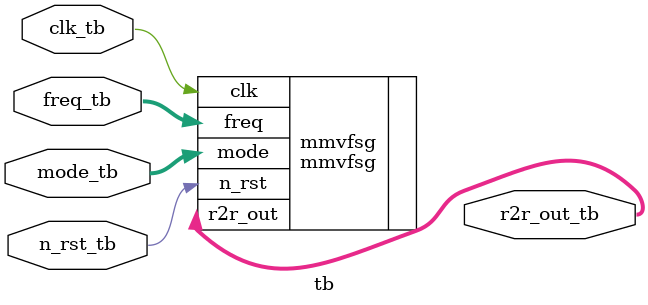
<source format=v>
`default_nettype none
`timescale 1ns/1ns

/*
this testbench just instantiates the module and makes some convenient wires
that can be driven / tested by the cocotb test.py
*/

module tb (
    // testbench is controlled by test/test_*.py files
    input wire clk_tb,
    input wire n_rst_tb,
    input wire [3:0] freq_tb,
    input wire [3:0] mode_tb,
    output reg [7:0] r2r_out_tb
);

    // instantiate the DUT
    mmvfsg mmvfsg(
        .clk (clk_tb),
        .n_rst (n_rst_tb),
        .freq (freq_tb),
        .mode (mode_tb),
        .r2r_out (r2r_out_tb)
    );

endmodule

</source>
